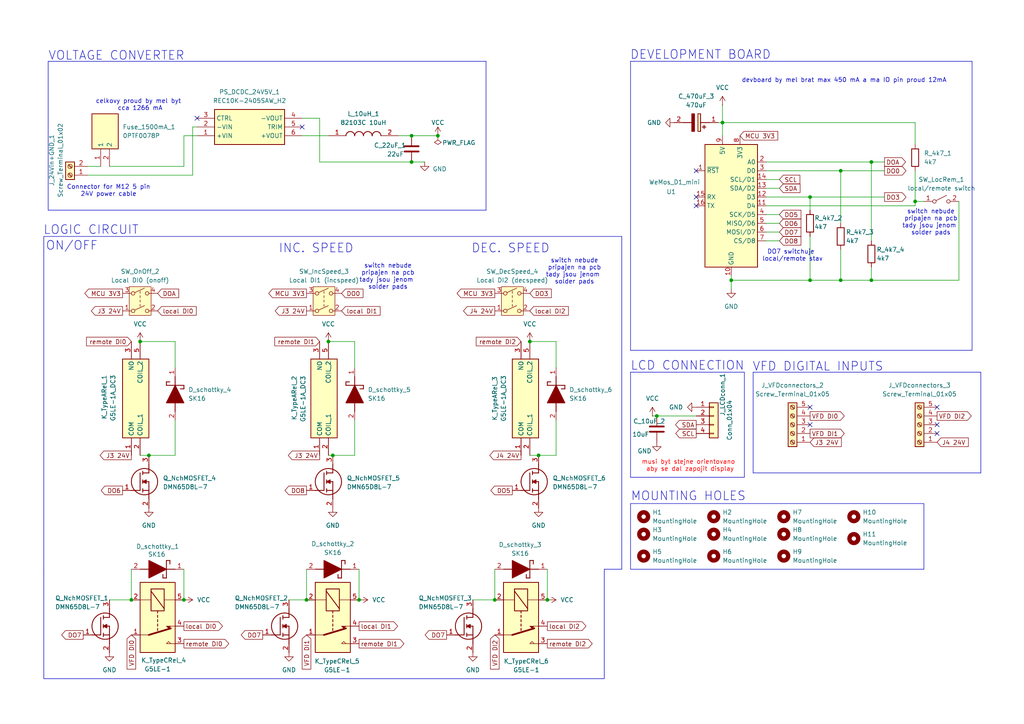
<source format=kicad_sch>
(kicad_sch (version 20231120) (generator "eeschema") (generator_version "8.0")
  (paper "A4")
  (lib_symbols
    (symbol "470uF C:860010273011" (pin_names hide)
      (property "Reference" "C" (at 8.89 6.35 0))
      (property "Value" "860010273011" (at 8.89 3.81 0))
      (symbol "860010273011_1_1"
        (pin passive line (at 0 0 0) (length 2.54) (name "+") (number "1"))
        (pin passive line (at 12.7 0 180) (length 2.54) (name "-") (number "2"))
      )
    )
    (symbol "600mA fuse:0PTF0078P"
      (property "Reference" "U" (at 16.51 7.62 0))
      (property "Value" "0PTF0078P" (at 16.51 5.08 0))
      (symbol "0PTF0078P_1_1"
        (pin passive line (at 0 0 0) (length 5.08) (name "1") (number "1"))
        (pin passive line (at 0 -2.54 0) (length 5.08) (name "2") (number "2"))
      )
    )
    (symbol "Connector:Screw_Terminal_01x02" (pin_names (offset 1.016) hide)
      (property "Reference" "J" (at 0 2.54 0))
      (property "Value" "Screw_Terminal_01x02" (at 0 -5.08 0))
      (symbol "Screw_Terminal_01x02_1_1"
        (pin passive line (at -5.08 0 0) (length 3.81) (name "Pin_1") (number "1"))
        (pin passive line (at -5.08 -2.54 0) (length 3.81) (name "Pin_2") (number "2"))
      )
    )
    (symbol "Connector:Screw_Terminal_01x05" (pin_names (offset 1.016) hide)
      (property "Reference" "J" (at 0 7.62 0))
      (property "Value" "Screw_Terminal_01x05" (at 0 -7.62 0))
      (symbol "Screw_Terminal_01x05_1_1"
        (pin passive line (at -5.08 5.08 0) (length 3.81) (name "Pin_1") (number "1"))
        (pin passive line (at -5.08 2.54 0) (length 3.81) (name "Pin_2") (number "2"))
        (pin passive line (at -5.08 0 0) (length 3.81) (name "Pin_3") (number "3"))
        (pin passive line (at -5.08 -2.54 0) (length 3.81) (name "Pin_4") (number "4"))
        (pin passive line (at -5.08 -5.08 0) (length 3.81) (name "Pin_5") (number "5"))
      )
    )
    (symbol "Connector_Generic:Conn_01x04" (pin_names (offset 1.016) hide)
      (property "Reference" "J" (at 0 5.08 0))
      (property "Value" "Conn_01x04" (at 0 -7.62 0))
      (symbol "Conn_01x04_1_1"
        (pin passive line (at -5.08 2.54 0) (length 3.81) (name "Pin_1") (number "1"))
        (pin passive line (at -5.08 0 0) (length 3.81) (name "Pin_2") (number "2"))
        (pin passive line (at -5.08 -2.54 0) (length 3.81) (name "Pin_3") (number "3"))
        (pin passive line (at -5.08 -5.08 0) (length 3.81) (name "Pin_4") (number "4"))
      )
    )
    (symbol "DCDC L:82103C" (pin_names hide)
      (property "Reference" "L" (at 16.51 6.35 0))
      (property "Value" "82103C" (at 16.51 3.81 0))
      (symbol "82103C_1_1"
        (pin passive line (at 0 0 0) (length 5.08) (name "1") (number "1"))
        (pin passive line (at 20.32 0 180) (length 5.08) (name "2") (number "2"))
      )
    )
    (symbol "DCDC conv:REC10K-2405SAW_H2"
      (property "Reference" "PS" (at 26.67 7.62 0))
      (property "Value" "REC10K-2405SAW_H2" (at 26.67 5.08 0))
      (symbol "REC10K-2405SAW_H2_1_1"
        (pin passive line (at 0 -5.08 0) (length 5.08) (name "+VIN") (number "1"))
        (pin passive line (at 0 -2.54 0) (length 5.08) (name "-VIN") (number "2"))
        (pin passive line (at 0 0 0) (length 5.08) (name "CTRL") (number "3"))
        (pin passive line (at 30.48 0 180) (length 5.08) (name "-VOUT") (number "4"))
        (pin passive line (at 30.48 -2.54 180) (length 5.08) (name "TRIM") (number "5"))
        (pin passive line (at 30.48 -5.08 180) (length 5.08) (name "+VOUT") (number "6"))
      )
    )
    (symbol "Device:C" (pin_numbers hide) (pin_names (offset 0.254))
      (property "Reference" "C" (at 0.635 2.54 0))
      (property "Value" "C" (at 0.635 -2.54 0))
      (symbol "C_1_1"
        (pin passive line (at 0 3.81 270) (length 2.794) (name "~") (number "1"))
        (pin passive line (at 0 -3.81 90) (length 2.794) (name "~") (number "2"))
      )
    )
    (symbol "Device:R" (pin_numbers hide) (pin_names (offset 0))
      (property "Reference" "R" (at 2.032 0 90))
      (property "Value" "R" (at 0 0 90))
      (symbol "R_1_1"
        (pin passive line (at 0 3.81 270) (length 1.27) (name "~") (number "1"))
        (pin passive line (at 0 -3.81 90) (length 1.27) (name "~") (number "2"))
      )
    )
    (symbol "MCU_Module:WeMos_D1_mini"
      (property "Reference" "U" (at 3.81 19.05 0))
      (property "Value" "WeMos_D1_mini" (at 1.27 -19.05 0))
      (symbol "WeMos_D1_mini_1_1"
        (pin input line (at -10.16 10.16 0) (length 2.54) (name "~{RST}") (number "1"))
        (pin power_in line (at 0 -20.32 90) (length 2.54) (name "GND") (number "10"))
        (pin bidirectional line (at 10.16 0 180) (length 2.54) (name "D4") (number "11"))
        (pin bidirectional line (at 10.16 2.54 180) (length 2.54) (name "D3") (number "12"))
        (pin bidirectional line (at 10.16 5.08 180) (length 2.54) (name "SDA/D2") (number "13"))
        (pin bidirectional line (at 10.16 7.62 180) (length 2.54) (name "SCL/D1") (number "14"))
        (pin input line (at -10.16 2.54 0) (length 2.54) (name "RX") (number "15"))
        (pin output line (at -10.16 0 0) (length 2.54) (name "TX") (number "16"))
        (pin input line (at 10.16 12.7 180) (length 2.54) (name "A0") (number "2"))
        (pin bidirectional line (at 10.16 10.16 180) (length 2.54) (name "D0") (number "3"))
        (pin bidirectional line (at 10.16 -2.54 180) (length 2.54) (name "SCK/D5") (number "4"))
        (pin bidirectional line (at 10.16 -5.08 180) (length 2.54) (name "MISO/D6") (number "5"))
        (pin bidirectional line (at 10.16 -7.62 180) (length 2.54) (name "MOSI/D7") (number "6"))
        (pin bidirectional line (at 10.16 -10.16 180) (length 2.54) (name "CS/D8") (number "7"))
        (pin power_out line (at 2.54 20.32 270) (length 2.54) (name "3V3") (number "8"))
        (pin power_in line (at -2.54 20.32 270) (length 2.54) (name "5V") (number "9"))
      )
    )
    (symbol "Mechanical:MountingHole" (pin_names (offset 1.016)) (exclude_from_sim yes) (in_bom no)
      (property "Reference" "H" (at 0 5.08 0))
      (property "Value" "MountingHole" (at 0 3.175 0))
    )
    (symbol "Relay:G5LE-1"
      (property "Reference" "K" (at 11.43 3.81 0))
      (property "Value" "G5LE-1" (at 11.43 1.27 0))
      (symbol "G5LE-1_1_1"
        (pin passive line (at 5.08 -7.62 90) (length 2.54) (name "~") (number "1"))
        (pin passive line (at -5.08 -7.62 90) (length 2.54) (name "~") (number "2"))
        (pin passive line (at 7.62 7.62 270) (length 2.54) (name "~") (number "3"))
        (pin passive line (at 2.54 7.62 270) (length 2.54) (name "~") (number "4"))
        (pin passive line (at -5.08 7.62 270) (length 2.54) (name "~") (number "5"))
      )
    )
    (symbol "Switch:SW_DPST" (pin_names (offset 0) hide)
      (property "Reference" "SW" (at 0 6.35 0))
      (property "Value" "SW_DPST" (at 0 -5.08 0))
      (symbol "SW_DPST_1_1"
        (pin passive line (at -5.08 -2.54 0) (length 2.54) (name "1") (number "1"))
        (pin passive line (at 5.08 -2.54 180) (length 2.54) (name "2") (number "2"))
        (pin passive line (at -5.08 2.54 0) (length 2.54) (name "3") (number "3"))
        (pin passive line (at 5.08 2.54 180) (length 2.54) (name "4") (number "4"))
      )
    )
    (symbol "Switch:SW_SPST" (pin_names (offset 0) hide)
      (property "Reference" "SW" (at 0 3.175 0))
      (property "Value" "SW_SPST" (at 0 -2.54 0))
      (symbol "SW_SPST_1_1"
        (pin passive line (at -5.08 0 0) (length 2.54) (name "A") (number "1"))
        (pin passive line (at 5.08 0 180) (length 2.54) (name "B") (number "2"))
      )
    )
    (symbol "mosfet:DMN65D8L-7" (pin_names hide)
      (property "Reference" "Q" (at 11.43 3.81 0))
      (property "Value" "DMN65D8L-7" (at 11.43 1.27 0))
      (symbol "DMN65D8L-7_1_1"
        (pin passive line (at 0 0 0) (length 2.54) (name "G") (number "1"))
        (pin passive line (at 7.62 -5.08 90) (length 2.54) (name "S") (number "2"))
        (pin passive line (at 7.62 10.16 270) (length 2.54) (name "D") (number "3"))
      )
    )
    (symbol "power:GND" (power) (pin_numbers hide) (pin_names (offset 0) hide)
      (property "Value" "GND" (at 0 -3.81 0))
      (symbol "GND_1_1"
        (pin power_in line (at 0 0 270) (length 0) (name "~") (number "1"))
      )
    )
    (symbol "power:PWR_FLAG" (power) (pin_numbers hide) (pin_names (offset 0) hide)
      (property "Value" "PWR_FLAG" (at 0 3.81 0))
      (symbol "PWR_FLAG_0_0"
        (pin power_out line (at 0 0 90) (length 0) (name "~") (number "1"))
      )
    )
    (symbol "power:VCC" (power) (pin_numbers hide) (pin_names (offset 0) hide)
      (property "Value" "VCC" (at 0 3.556 0))
      (symbol "VCC_1_1"
        (pin power_in line (at 0 0 90) (length 0) (name "~") (number "1"))
      )
    )
    (symbol "schottky:SK16" (pin_names hide)
      (property "Reference" "D" (at 12.7 8.89 0))
      (property "Value" "SK16" (at 12.7 6.35 0))
      (symbol "SK16_1_1"
        (pin passive line (at 2.54 0 0) (length 2.54) (name "K") (number "1"))
        (pin passive line (at 17.78 0 180) (length 2.54) (name "A") (number "2"))
      )
    )
    (symbol "type a relay:G5LE-1A_DC3"
      (property "Reference" "K" (at 29.21 7.62 0))
      (property "Value" "G5LE-1A_DC3" (at 29.21 5.08 0))
      (symbol "G5LE-1A_DC3_1_1"
        (pin passive line (at 0 0 0) (length 5.08) (name "COM") (number "1"))
        (pin passive line (at 0 -2.54 0) (length 5.08) (name "COIL_1") (number "2"))
        (pin passive line (at 33.02 0 180) (length 5.08) (name "NO") (number "3"))
        (pin passive line (at 33.02 -2.54 180) (length 5.08) (name "COIL_2") (number "5"))
      )
    )
  )
  (junction (at 265.43 58.42))
  (junction (at 156.21 132.08))
  (junction (at 153.67 99.06))
  (junction (at 119.38 46.99))
  (junction (at 234.95 81.28))
  (junction (at 88.9 173.99))
  (junction (at 158.75 173.99))
  (junction (at 127 39.37))
  (junction (at 40.64 99.06))
  (junction (at 43.18 132.08))
  (junction (at 96.52 132.08))
  (junction (at 95.25 99.06))
  (junction (at 119.38 39.37))
  (junction (at 190.5 120.65))
  (junction (at 234.95 57.15))
  (junction (at 53.34 173.99))
  (junction (at 252.73 46.99))
  (junction (at 104.14 173.99))
  (junction (at 243.84 81.28))
  (junction (at 243.84 49.53))
  (junction (at 38.1 173.99))
  (junction (at 209.55 35.56))
  (junction (at 252.73 81.28))
  (junction (at 143.51 173.99))
  (junction (at 212.09 81.28))
  (no_connect (at 201.93 49.53))
  (no_connect (at 234.95 123.19))
  (no_connect (at 87.63 36.83))
  (no_connect (at 234.95 118.11))
  (no_connect (at 271.78 123.19))
  (no_connect (at 57.15 34.29))
  (no_connect (at 271.78 125.73))
  (no_connect (at 201.93 59.69))
  (no_connect (at 271.78 118.11))
  (no_connect (at 201.93 57.15))
  (wire (pts (xy 226.06 69.85) (xy 222.25 69.85)))
  (polyline (pts (xy 180.34 68.58) (xy 180.34 165.1)))
  (wire (pts (xy 161.29 121.92) (xy 161.29 132.08)))
  (wire (pts (xy 119.38 39.37) (xy 127 39.37)))
  (polyline (pts (xy 180.34 165.1) (xy 175.26 165.1)))
  (wire (pts (xy 55.88 36.83) (xy 57.15 36.83)))
  (wire (pts (xy 243.84 72.39) (xy 243.84 81.28)))
  (wire (pts (xy 119.38 46.99) (xy 123.19 46.99)))
  (polyline (pts (xy 140.97 60.96) (xy 13.97 60.96)))
  (wire (pts (xy 102.87 106.68) (xy 102.87 99.06)))
  (wire (pts (xy 104.14 165.1) (xy 104.14 173.99)))
  (polyline (pts (xy 284.48 137.16) (xy 284.48 107.95)))
  (wire (pts (xy 208.28 35.56) (xy 209.55 35.56)))
  (polyline (pts (xy 218.44 137.16) (xy 284.48 137.16)))
  (wire (pts (xy 102.87 121.92) (xy 102.87 132.08)))
  (polyline (pts (xy 182.88 17.78) (xy 281.94 17.78)))
  (polyline (pts (xy 175.26 196.85) (xy 12.7 196.85)))
  (wire (pts (xy 88.9 165.1) (xy 88.9 173.99)))
  (wire (pts (xy 143.51 165.1) (xy 143.51 173.99)))
  (wire (pts (xy 88.9 173.99) (xy 91.44 173.99)))
  (wire (pts (xy 92.71 34.29) (xy 92.71 46.99)))
  (wire (pts (xy 256.54 49.53) (xy 243.84 49.53)))
  (polyline (pts (xy 175.26 165.1) (xy 175.26 196.85)))
  (wire (pts (xy 265.43 49.53) (xy 265.43 58.42)))
  (wire (pts (xy 50.8 99.06) (xy 40.64 99.06)))
  (wire (pts (xy 92.71 46.99) (xy 119.38 46.99)))
  (polyline (pts (xy 218.44 107.95) (xy 218.44 137.16)))
  (wire (pts (xy 243.84 49.53) (xy 243.84 64.77)))
  (polyline (pts (xy 12.7 196.85) (xy 12.7 68.58)))
  (wire (pts (xy 161.29 132.08) (xy 156.21 132.08)))
  (wire (pts (xy 50.8 106.68) (xy 50.8 99.06)))
  (wire (pts (xy 83.82 173.99) (xy 88.9 173.99)))
  (polyline (pts (xy 215.9 138.43) (xy 182.88 138.43)))
  (wire (pts (xy 53.34 39.37) (xy 57.15 39.37)))
  (wire (pts (xy 265.43 58.42) (xy 265.43 59.69)))
  (wire (pts (xy 222.25 57.15) (xy 234.95 57.15)))
  (wire (pts (xy 38.1 165.1) (xy 38.1 173.99)))
  (polyline (pts (xy 13.97 60.96) (xy 13.97 17.78)))
  (wire (pts (xy 102.87 99.06) (xy 95.25 99.06)))
  (wire (pts (xy 53.34 165.1) (xy 53.34 173.99)))
  (wire (pts (xy 209.55 30.48) (xy 209.55 35.56)))
  (polyline (pts (xy 12.7 165.1) (xy 12.7 165.1)))
  (wire (pts (xy 265.43 58.42) (xy 267.97 58.42)))
  (wire (pts (xy 50.8 121.92) (xy 50.8 132.08)))
  (wire (pts (xy 115.57 39.37) (xy 119.38 39.37)))
  (wire (pts (xy 96.52 132.08) (xy 95.25 132.08)))
  (wire (pts (xy 31.75 173.99) (xy 38.1 173.99)))
  (wire (pts (xy 212.09 81.28) (xy 234.95 81.28)))
  (wire (pts (xy 222.25 62.23) (xy 226.06 62.23)))
  (polyline (pts (xy 281.94 17.78) (xy 281.94 101.6)))
  (wire (pts (xy 226.06 52.07) (xy 222.25 52.07)))
  (polyline (pts (xy 12.8227 68.58) (xy 180.34 68.58)))
  (wire (pts (xy 252.73 81.28) (xy 278.13 81.28)))
  (wire (pts (xy 31.75 48.26) (xy 53.34 48.26)))
  (polyline (pts (xy 13.97 17.78) (xy 140.97 17.78)))
  (wire (pts (xy 226.06 54.61) (xy 222.25 54.61)))
  (polyline (pts (xy 182.88 107.95) (xy 182.88 138.43)))
  (wire (pts (xy 209.55 35.56) (xy 209.55 39.37)))
  (wire (pts (xy 189.23 120.65) (xy 190.5 120.65)))
  (wire (pts (xy 209.55 35.56) (xy 265.43 35.56)))
  (wire (pts (xy 252.73 46.99) (xy 256.54 46.99)))
  (polyline (pts (xy 182.88 17.78) (xy 182.88 101.6)))
  (wire (pts (xy 222.25 67.31) (xy 226.06 67.31)))
  (wire (pts (xy 234.95 57.15) (xy 234.95 60.96)))
  (polyline (pts (xy 281.94 101.6) (xy 182.88 101.6)))
  (wire (pts (xy 234.95 57.15) (xy 256.54 57.15)))
  (wire (pts (xy 43.18 132.08) (xy 40.64 132.08)))
  (wire (pts (xy 161.29 99.06) (xy 153.67 99.06)))
  (polyline (pts (xy 140.97 17.78) (xy 140.97 60.96)))
  (wire (pts (xy 55.88 50.8) (xy 55.88 36.83)))
  (wire (pts (xy 222.25 49.53) (xy 243.84 49.53)))
  (wire (pts (xy 226.06 64.77) (xy 222.25 64.77)))
  (wire (pts (xy 252.73 77.47) (xy 252.73 81.28)))
  (wire (pts (xy 87.63 39.37) (xy 95.25 39.37)))
  (wire (pts (xy 222.25 59.69) (xy 265.43 59.69)))
  (wire (pts (xy 278.13 58.42) (xy 278.13 81.28)))
  (wire (pts (xy 265.43 41.91) (xy 265.43 35.56)))
  (wire (pts (xy 87.63 34.29) (xy 92.71 34.29)))
  (wire (pts (xy 252.73 46.99) (xy 252.73 69.85)))
  (polyline (pts (xy 175.26 165.1) (xy 175.26 165.1)))
  (wire (pts (xy 25.4 48.26) (xy 29.21 48.26)))
  (wire (pts (xy 102.87 132.08) (xy 96.52 132.08)))
  (wire (pts (xy 243.84 81.28) (xy 252.73 81.28)))
  (wire (pts (xy 234.95 68.58) (xy 234.95 81.28)))
  (polyline (pts (xy 215.9 107.95) (xy 215.9 138.43)))
  (polyline (pts (xy 182.88 107.95) (xy 215.9 107.95)))
  (wire (pts (xy 50.8 132.08) (xy 43.18 132.08)))
  (wire (pts (xy 137.16 173.99) (xy 143.51 173.99)))
  (wire (pts (xy 53.34 48.26) (xy 53.34 39.37)))
  (wire (pts (xy 158.75 165.1) (xy 158.75 173.99)))
  (wire (pts (xy 161.29 106.68) (xy 161.29 99.06)))
  (wire (pts (xy 212.09 81.28) (xy 212.09 80.01)))
  (polyline (pts (xy 218.44 107.95) (xy 284.48 107.95)))
  (wire (pts (xy 25.4 50.8) (xy 55.88 50.8)))
  (wire (pts (xy 234.95 81.28) (xy 243.84 81.28)))
  (wire (pts (xy 222.25 46.99) (xy 252.73 46.99)))
  (wire (pts (xy 153.67 132.08) (xy 156.21 132.08)))
  (wire (pts (xy 212.09 83.82) (xy 212.09 81.28)))
  (wire (pts (xy 190.5 120.65) (xy 201.93 120.65)))
  (rectangle (start 182.88 146.05) (end 267.97 165.1))
  (text "DEVELOPMENT BOARD" (at 203.2 16.002 0) (effects (font (size 2.54 2.54))))
  (text "LOGIC CIRCUIT" (at 26.416 66.802 0) (effects (font (size 2.54 2.54))))
  (text "DO7 switchuje \nlocal/remote stav" (at 229.87 74.168 0) (effects (font (size 1.27 1.27))))
  (text "MOUNTING HOLES" (at 199.644 144.018 0) (effects (font (size 2.54 2.54))))
  (text "musi byt stejne orientovano \naby se dal zapojit display" (at 200.152 135.128 0) (effects (font (size 1.27 1.27))))
  (text "VFD DIGITAL INPUTS" (at 237.236 106.426 0) (effects (font (size 2.54 2.54))))
  (text "DEC. SPEED" (at 148.082 72.136 0) (effects (font (size 2.54 2.54))))
  (text "VOLTAGE CONVERTER" (at 33.782 16.256 0) (effects (font (size 2.54 2.54))))
  (text "celkovy proud by mel byt \ncca 1266 mA" (at 40.64 30.48 0) (effects (font (size 1.27 1.27))))
  (text "switch nebude\npripajen na pcb\ntady jsou jenom \nsolder pads" (at 112.522 80.264 0) (effects (font (size 1.27 1.27))))
  (text "switch nebude\npripajen na pcb\ntady jsou jenom \nsolder pads" (at 166.624 78.74 0) (effects (font (size 1.27 1.27))))
  (text "devboard by mel brat max 450 mA a ma IO pin proud 12mA" (at 244.856 23.368 0) (effects (font (size 1.27 1.27))))
  (text "ON/OFF" (at 20.828 71.374 0) (effects (font (size 2.54 2.54))))
  (text "LCD CONNECTION" (at 199.39 106.172 0) (effects (font (size 2.54 2.54))))
  (text "Connector for M12 5 pin\n24V power cable" (at 31.496 55.372 0) (effects (font (size 1.27 1.27))))
  (text "switch nebude\npripajen na pcb\ntady jsou jenom \nsolder pads" (at 270.002 64.516 0) (effects (font (size 1.27 1.27))))
  (text "INC. SPEED" (at 91.694 72.136 0) (effects (font (size 2.54 2.54))))
  (global_label "DO6" (shape output) (at 35.56 142.24 180) (property "Intersheetrefs" "${INTERSHEET_REFS}" (effects (hide yes))))
  (global_label "remote DI1" (shape input) (at 92.71 99.06 180) (property "Intersheetrefs" "${INTERSHEET_REFS}" (effects (hide yes))))
  (global_label "DO5" (shape output) (at 148.59 142.24 180) (property "Intersheetrefs" "${INTERSHEET_REFS}" (effects (hide yes))))
  (global_label "DO7" (shape output) (at 129.54 184.15 180) (property "Intersheetrefs" "${INTERSHEET_REFS}" (effects (hide yes))))
  (global_label "DO7" (shape output) (at 24.13 184.15 180) (property "Intersheetrefs" "${INTERSHEET_REFS}" (effects (hide yes))))
  (global_label "DO0" (shape input) (at 99.06 85.09 0) (property "Intersheetrefs" "${INTERSHEET_REFS}" (effects (hide yes))))
  (global_label "remote DI1" (shape output) (at 104.14 186.69 0) (property "Intersheetrefs" "${INTERSHEET_REFS}" (effects (hide yes))))
  (global_label "DO8" (shape output) (at 88.9 142.24 180) (property "Intersheetrefs" "${INTERSHEET_REFS}" (effects (hide yes))))
  (global_label "VFD DI0" (shape input) (at 38.1 184.15 270) (property "Intersheetrefs" "${INTERSHEET_REFS}" (effects (hide yes))))
  (global_label "local DI1" (shape input) (at 99.06 90.17 0) (property "Intersheetrefs" "${INTERSHEET_REFS}" (effects (hide yes))))
  (global_label "remote DI0" (shape input) (at 38.1 99.06 180) (property "Intersheetrefs" "${INTERSHEET_REFS}" (effects (hide yes))))
  (global_label "J3 24V" (shape output) (at 38.1 132.08 180) (property "Intersheetrefs" "${INTERSHEET_REFS}" (effects (hide yes))))
  (global_label "DO3" (shape output) (at 256.54 57.15 0) (property "Intersheetrefs" "${INTERSHEET_REFS}" (effects (hide yes))))
  (global_label "VFD DI1" (shape input) (at 88.9 184.15 270) (property "Intersheetrefs" "${INTERSHEET_REFS}" (effects (hide yes))))
  (global_label "DOA" (shape input) (at 45.72 85.09 0) (property "Intersheetrefs" "${INTERSHEET_REFS}" (effects (hide yes))))
  (global_label "SCL" (shape input) (at 226.06 52.07 0) (property "Intersheetrefs" "${INTERSHEET_REFS}" (effects (hide yes))))
  (global_label "J3 24V" (shape input) (at 234.95 128.27 0) (property "Intersheetrefs" "${INTERSHEET_REFS}" (effects (hide yes))))
  (global_label "J4 24V" (shape output) (at 143.51 90.17 180) (property "Intersheetrefs" "${INTERSHEET_REFS}" (effects (hide yes))))
  (global_label "SCL" (shape output) (at 201.93 125.73 180) (property "Intersheetrefs" "${INTERSHEET_REFS}" (effects (hide yes))))
  (global_label "DO7" (shape input) (at 226.06 67.31 0) (property "Intersheetrefs" "${INTERSHEET_REFS}" (effects (hide yes))))
  (global_label "J3 24V" (shape output) (at 92.71 132.08 180) (property "Intersheetrefs" "${INTERSHEET_REFS}" (effects (hide yes))))
  (global_label "DO7" (shape output) (at 76.2 184.15 180) (property "Intersheetrefs" "${INTERSHEET_REFS}" (effects (hide yes))))
  (global_label "local DI1" (shape output) (at 104.14 181.61 0) (property "Intersheetrefs" "${INTERSHEET_REFS}" (effects (hide yes))))
  (global_label "SDA" (shape output) (at 201.93 123.19 180) (property "Intersheetrefs" "${INTERSHEET_REFS}" (effects (hide yes))))
  (global_label "MCU 3V3" (shape output) (at 88.9 85.09 180) (property "Intersheetrefs" "${INTERSHEET_REFS}" (effects (hide yes))))
  (global_label "DO6" (shape input) (at 226.06 64.77 0) (property "Intersheetrefs" "${INTERSHEET_REFS}" (effects (hide yes))))
  (global_label "J3 24V" (shape output) (at 35.56 90.17 180) (property "Intersheetrefs" "${INTERSHEET_REFS}" (effects (hide yes))))
  (global_label "local DI0" (shape input) (at 45.72 90.17 0) (property "Intersheetrefs" "${INTERSHEET_REFS}" (effects (hide yes))))
  (global_label "DO8" (shape input) (at 226.06 69.85 0) (property "Intersheetrefs" "${INTERSHEET_REFS}" (effects (hide yes))))
  (global_label "MCU 3V3" (shape output) (at 143.51 85.09 180) (property "Intersheetrefs" "${INTERSHEET_REFS}" (effects (hide yes))))
  (global_label "VFD DI2" (shape input) (at 143.51 184.15 270) (property "Intersheetrefs" "${INTERSHEET_REFS}" (effects (hide yes))))
  (global_label "VFD DI0" (shape output) (at 234.95 120.65 0) (property "Intersheetrefs" "${INTERSHEET_REFS}" (effects (hide yes))))
  (global_label "local DI2" (shape output) (at 158.75 181.61 0) (property "Intersheetrefs" "${INTERSHEET_REFS}" (effects (hide yes))))
  (global_label "VFD DI1" (shape output) (at 234.95 125.73 0) (property "Intersheetrefs" "${INTERSHEET_REFS}" (effects (hide yes))))
  (global_label "local DI2" (shape input) (at 153.67 90.17 0) (property "Intersheetrefs" "${INTERSHEET_REFS}" (effects (hide yes))))
  (global_label "J3 24V" (shape output) (at 88.9 90.17 180) (property "Intersheetrefs" "${INTERSHEET_REFS}" (effects (hide yes))))
  (global_label "remote DI2" (shape output) (at 158.75 186.69 0) (property "Intersheetrefs" "${INTERSHEET_REFS}" (effects (hide yes))))
  (global_label "DO0" (shape output) (at 256.54 49.53 0) (property "Intersheetrefs" "${INTERSHEET_REFS}" (effects (hide yes))))
  (global_label "DO5" (shape input) (at 226.06 62.23 0) (property "Intersheetrefs" "${INTERSHEET_REFS}" (effects (hide yes))))
  (global_label "J4 24V" (shape input) (at 271.78 128.27 0) (property "Intersheetrefs" "${INTERSHEET_REFS}" (effects (hide yes))))
  (global_label "MCU 3V3" (shape input) (at 214.63 39.37 0) (property "Intersheetrefs" "${INTERSHEET_REFS}" (effects (hide yes))))
  (global_label "MCU 3V3" (shape output) (at 35.56 85.09 180) (property "Intersheetrefs" "${INTERSHEET_REFS}" (effects (hide yes))))
  (global_label "remote DI0" (shape output) (at 53.34 186.69 0) (property "Intersheetrefs" "${INTERSHEET_REFS}" (effects (hide yes))))
  (global_label "local DI0" (shape output) (at 53.34 181.61 0) (property "Intersheetrefs" "${INTERSHEET_REFS}" (effects (hide yes))))
  (global_label "DOA" (shape output) (at 256.54 46.99 0) (property "Intersheetrefs" "${INTERSHEET_REFS}" (effects (hide yes))))
  (global_label "VFD DI2" (shape output) (at 271.78 120.65 0) (property "Intersheetrefs" "${INTERSHEET_REFS}" (effects (hide yes))))
  (global_label "remote DI2" (shape input) (at 151.13 99.06 180) (property "Intersheetrefs" "${INTERSHEET_REFS}" (effects (hide yes))))
  (global_label "SDA" (shape input) (at 226.06 54.61 0) (property "Intersheetrefs" "${INTERSHEET_REFS}" (effects (hide yes))))
  (global_label "DO3" (shape input) (at 153.67 85.09 0) (property "Intersheetrefs" "${INTERSHEET_REFS}" (effects (hide yes))))
  (global_label "J4 24V" (shape output) (at 151.13 132.08 180) (property "Intersheetrefs" "${INTERSHEET_REFS}" (effects (hide yes))))
  (symbol (lib_id "mosfet:DMN65D8L-7") (at 76.2 184.15 0) (unit 1)
    (property "Reference" "Q_NchMOSFET_2" (at 68.072 173.482 0) (effects (justify left)))
    (property "Value" "DMN65D8L-7" (at 68.072 176.022 0) (effects (justify left)))
    (property "Footprint" "mosfet:SOT96P240X115-3N" (effects (hide yes)))
    (property "Datasheet" "https://www.diodes.com//assets/Datasheets/DMN65D8L.pdf" (effects (hide yes)))
    (property "Description" "N-Channel Enhancement MOSFET SOT-23 Diodes Inc DMN65D8L-7 N-channel MOSFET Transistor, 310 mA, 60 V, 3-Pin SOT-23" (effects (hide yes)))
    (property "Height" "1.15" (effects (hide yes)))
    (property "Mouser Part Number" "621-DMN65D8L-7" (effects (hide yes)))
    (property "Mouser Price/Stock" "https://www.mouser.co.uk/ProductDetail/Diodes-Incorporated/DMN65D8L-7?qs=gfe7vQ8txpWvqTwiknwghA%3D%3D" (effects (hide yes)))
    (property "Manufacturer_Name" "Diodes Incorporated" (effects (hide yes)))
    (property "Manufacturer_Part_Number" "DMN65D8L-7" (effects (hide yes)))
  )
  (symbol (lib_id "schottky:SK16") (at 50.8 104.14 270) (unit 1)
    (property "Reference" "D_schottky_4" (at 54.61 113.0299 90) (effects (justify left)))
    (property "Value" "SK16" (at 54.61 115.5699 90) (effects (justify left)))
    (property "Footprint" "schottky:DIOM5027X250N" (effects (hide yes)))
    (property "Datasheet" "https://diotec.com/request/datasheet/sk12.pdf" (effects (hide yes)))
    (property "Description" "Rectifier Diode Schottky 60V 1A 2-Pin SMA T/R" (effects (hide yes)))
    (property "Height" "2.5" (effects (hide yes)))
    (property "Mouser Part Number" "637-SK16" (effects (hide yes)))
    (property "Mouser Price/Stock" "https://www.mouser.co.uk/ProductDetail/Diotec-Semiconductor/SK16?qs=OlC7AqGiEDm3ojchOaQs2w%3D%3D" (effects (hide yes)))
    (property "Manufacturer_Name" "Diotec" (effects (hide yes)))
    (property "Manufacturer_Part_Number" "SK16" (effects (hide yes)))
  )
  (symbol (lib_id "power:GND") (at 123.19 46.99 0) (unit 1)
    (property "Reference" "#PWR05" (effects (hide yes)))
    (property "Value" "GND" (at 127.508 49.022 0))
    (property "Description" "Power symbol creates a global label with name \"GND\" , ground" (effects (hide yes)))
  )
  (symbol (lib_id "Mechanical:MountingHole") (at 227.33 161.29 0) (unit 1) (exclude_from_sim yes) (in_bom no)
    (property "Reference" "H9" (at 229.87 160.0199 0) (effects (justify left)))
    (property "Value" "MountingHole" (at 229.87 162.5599 0) (effects (justify left)))
    (property "Footprint" "MountingHole:MountingHole_4mm" (effects (hide yes)))
    (property "Description" "Mounting Hole without connection" (effects (hide yes)))
  )
  (symbol (lib_id "power:GND") (at 190.5 128.27 0) (unit 1)
    (property "Reference" "#PWR020" (effects (hide yes)))
    (property "Value" "GND" (at 186.944 130.81 0))
    (property "Description" "Power symbol creates a global label with name \"GND\" , ground" (effects (hide yes)))
  )
  (symbol (lib_id "600mA fuse:0PTF0078P") (at 29.21 48.26 90) (unit 1)
    (property "Reference" "Fuse_1500mA_1" (at 35.56 36.8299 90) (effects (justify right)))
    (property "Value" "0PTF0078P" (at 35.56 39.3699 90) (effects (justify right)))
    (property "Footprint" "600 mA fuse:0PTF0078P" (effects (hide yes)))
    (property "Datasheet" "https://media.digikey.com/pdf/Data%20Sheets/Littelfuse%20PDFs/PTF075_77_78.pdf" (effects (hide yes)))
    (property "Description" "FUSEHOLDER-OPEN 5X20MM UL94V0 PITCH 22/6" (effects (hide yes)))
    (property "Height" "11.5" (effects (hide yes)))
    (property "Mouser Part Number" "576-0PTF0078P" (effects (hide yes)))
    (property "Mouser Price/Stock" "https://www.mouser.co.uk/ProductDetail/Littelfuse/0PTF0078P?qs=Co4VkB5J4%2Fsczy6gG8s%2FsA%3D%3D" (effects (hide yes)))
    (property "Manufacturer_Name" "LITTELFUSE" (effects (hide yes)))
    (property "Manufacturer_Part_Number" "0PTF0078P" (effects (hide yes)))
  )
  (symbol (lib_id "Mechanical:MountingHole") (at 227.33 154.94 0) (unit 1) (exclude_from_sim yes) (in_bom no)
    (property "Reference" "H8" (at 229.87 153.6699 0) (effects (justify left)))
    (property "Value" "MountingHole" (at 229.87 156.2099 0) (effects (justify left)))
    (property "Footprint" "MountingHole:MountingHole_4mm" (effects (hide yes)))
    (property "Description" "Mounting Hole without connection" (effects (hide yes)))
  )
  (symbol (lib_id "schottky:SK16") (at 161.29 104.14 270) (unit 1)
    (property "Reference" "D_schottky_6" (at 165.1 113.0299 90) (effects (justify left)))
    (property "Value" "SK16" (at 165.1 115.5699 90) (effects (justify left)))
    (property "Footprint" "schottky:DIOM5027X250N" (effects (hide yes)))
    (property "Datasheet" "https://diotec.com/request/datasheet/sk12.pdf" (effects (hide yes)))
    (property "Description" "Rectifier Diode Schottky 60V 1A 2-Pin SMA T/R" (effects (hide yes)))
    (property "Height" "2.5" (effects (hide yes)))
    (property "Mouser Part Number" "637-SK16" (effects (hide yes)))
    (property "Mouser Price/Stock" "https://www.mouser.co.uk/ProductDetail/Diotec-Semiconductor/SK16?qs=OlC7AqGiEDm3ojchOaQs2w%3D%3D" (effects (hide yes)))
    (property "Manufacturer_Name" "Diotec" (effects (hide yes)))
    (property "Manufacturer_Part_Number" "SK16" (effects (hide yes)))
  )
  (symbol (lib_id "Switch:SW_DPST") (at 93.98 87.63 0) (unit 1)
    (property "Reference" "SW_IncSpeed_3" (at 93.98 78.74 0))
    (property "Value" "Local DI1 (incspeed)" (at 93.98 81.28 0))
    (property "Footprint" "Connector_Wire:SolderWire-0.5sqmm_1x04_P4.8mm_D0.9mm_OD2.3mm_Relief" (effects (hide yes)))
    (property "Description" "Double Pole Single Throw (DPST) Switch" (effects (hide yes)))
  )
  (symbol (lib_id "Mechanical:MountingHole") (at 207.01 161.29 0) (unit 1) (exclude_from_sim yes) (in_bom no)
    (property "Reference" "H6" (at 209.55 160.0199 0) (effects (justify left)))
    (property "Value" "MountingHole" (at 209.55 162.5599 0) (effects (justify left)))
    (property "Footprint" "MountingHole:MountingHole_4mm" (effects (hide yes)))
    (property "Description" "Mounting Hole without connection" (effects (hide yes)))
  )
  (symbol (lib_id "power:GND") (at 137.16 189.23 0) (unit 1)
    (property "Reference" "#PWR011" (effects (hide yes)))
    (property "Value" "GND" (at 137.16 194.31 0))
    (property "Description" "Power symbol creates a global label with name \"GND\" , ground" (effects (hide yes)))
  )
  (symbol (lib_id "Device:R") (at 265.43 45.72 0) (unit 1)
    (property "Reference" "R_4k7_1" (at 267.97 44.4499 0) (effects (justify left)))
    (property "Value" "4k7" (at 267.97 46.9899 0) (effects (justify left)))
    (property "Footprint" "Resistor_SMD:R_0603_1608Metric" (effects (hide yes)))
    (property "Description" "Resistor" (effects (hide yes)))
  )
  (symbol (lib_id "470uF C:860010273011") (at 208.28 35.56 180) (unit 1)
    (property "Reference" "C_470uF_3" (at 201.93 27.94 0))
    (property "Value" "470uF" (at 201.93 30.48 0))
    (property "Footprint" "470uF C:CAPPRD250W52D630H1250" (effects (hide yes)))
    (property "Datasheet" "https://katalog.we-online.de/pbs/datasheet/860010273011.pdf" (effects (hide yes)))
    (property "Description" "Wurth Elektronik 470uF 10 V Aluminium Electrolytic Capacitor, WCAP-ATG8 Series 2000h 6.3 (Dia.) x 11mm" (effects (hide yes)))
    (property "Height" "12.5" (effects (hide yes)))
    (property "Mouser Part Number" "710-860010273011" (effects (hide yes)))
    (property "Mouser Price/Stock" "https://www.mouser.co.uk/ProductDetail/Wurth-Elektronik/860010273011?qs=0KOYDY2FL28ooChuQJugtQ%3D%3D" (effects (hide yes)))
    (property "Manufacturer_Name" "Wurth Elektronik" (effects (hide yes)))
    (property "Manufacturer_Part_Number" "860010273011" (effects (hide yes)))
  )
  (symbol (lib_id "Mechanical:MountingHole") (at 186.69 154.94 0) (unit 1) (exclude_from_sim yes) (in_bom no)
    (property "Reference" "H3" (at 189.23 153.6699 0) (effects (justify left)))
    (property "Value" "MountingHole" (at 189.23 156.2099 0) (effects (justify left)))
    (property "Footprint" "MountingHole:MountingHole_4mm" (effects (hide yes)))
    (property "Description" "Mounting Hole without connection" (effects (hide yes)))
  )
  (symbol (lib_id "power:VCC") (at 153.67 99.06 0) (unit 1)
    (property "Reference" "#PWR019" (effects (hide yes)))
    (property "Value" "VCC" (at 153.67 93.98 0))
    (property "Description" "Power symbol creates a global label with name \"VCC\"" (effects (hide yes)))
  )
  (symbol (lib_id "Connector:Screw_Terminal_01x05") (at 229.87 123.19 180) (unit 1)
    (property "Reference" "J_VFDconnectors_2" (at 229.87 111.76 0))
    (property "Value" "Screw_Terminal_01x05" (at 229.87 114.3 0))
    (property "Footprint" "1x5 screw conn:1935190" (effects (hide yes)))
    (property "Description" "Generic screw terminal, single row, 01x05, script generated (kicad-library-utils/schlib/autogen/connector/)" (effects (hide yes)))
  )
  (symbol (lib_id "Mechanical:MountingHole") (at 227.33 149.86 0) (unit 1) (exclude_from_sim yes) (in_bom no)
    (property "Reference" "H7" (at 229.87 148.5899 0) (effects (justify left)))
    (property "Value" "MountingHole" (at 229.87 151.1299 0) (effects (justify left)))
    (property "Footprint" "MountingHole:MountingHole_3mm" (effects (hide yes)))
    (property "Description" "Mounting Hole without connection" (effects (hide yes)))
  )
  (symbol (lib_id "mosfet:DMN65D8L-7") (at 35.56 142.24 0) (unit 1)
    (property "Reference" "Q_NchMOSFET_4" (at 47.244 138.684 0) (effects (justify left)))
    (property "Value" "DMN65D8L-7" (at 47.244 141.224 0) (effects (justify left)))
    (property "Footprint" "mosfet:SOT96P240X115-3N" (effects (hide yes)))
    (property "Datasheet" "https://www.diodes.com//assets/Datasheets/DMN65D8L.pdf" (effects (hide yes)))
    (property "Description" "N-Channel Enhancement MOSFET SOT-23 Diodes Inc DMN65D8L-7 N-channel MOSFET Transistor, 310 mA, 60 V, 3-Pin SOT-23" (effects (hide yes)))
    (property "Height" "1.15" (effects (hide yes)))
    (property "Mouser Part Number" "621-DMN65D8L-7" (effects (hide yes)))
    (property "Mouser Price/Stock" "https://www.mouser.co.uk/ProductDetail/Diodes-Incorporated/DMN65D8L-7?qs=gfe7vQ8txpWvqTwiknwghA%3D%3D" (effects (hide yes)))
    (property "Manufacturer_Name" "Diodes Incorporated" (effects (hide yes)))
    (property "Manufacturer_Part_Number" "DMN65D8L-7" (effects (hide yes)))
  )
  (symbol (lib_id "DCDC L:82103C") (at 95.25 39.37 0) (unit 1)
    (property "Reference" "L_10uH_1" (at 105.41 33.02 0))
    (property "Value" "82103C 10uH" (at 105.41 35.56 0))
    (property "Footprint" "DCDC L:8200" (effects (hide yes)))
    (property "Datasheet" "https://componentsearchengine.com/Datasheets/3/82103C.pdf" (effects (hide yes)))
    (property "Description" "Fixed Inductor 10uH 0.5A Mini SMD Power Murata 8200 Series Wire-wound SMD Inductor 10 uH Wire-Wound 500mA Idc Q:35" (effects (hide yes)))
    (property "Mouser Part Number" "580-82103C" (effects (hide yes)))
    (property "Mouser Price/Stock" "https://www.mouser.co.uk/ProductDetail/Murata-Power-Solutions/82103C?qs=5CKLVr1iF0k04N3DPxLd2A%3D%3D" (effects (hide yes)))
    (property "Manufacturer_Name" "Murata Electronics" (effects (hide yes)))
    (property "Manufacturer_Part_Number" "82103C" (effects (hide yes)))
  )
  (symbol (lib_id "power:VCC") (at 189.23 120.65 0) (unit 1)
    (property "Reference" "#PWR08" (effects (hide yes)))
    (property "Value" "VCC" (at 189.23 115.57 0))
    (property "Description" "Power symbol creates a global label with name \"VCC\"" (effects (hide yes)))
  )
  (symbol (lib_id "power:GND") (at 31.75 189.23 0) (unit 1)
    (property "Reference" "#PWR09" (effects (hide yes)))
    (property "Value" "GND" (at 31.75 194.31 0))
    (property "Description" "Power symbol creates a global label with name \"GND\" , ground" (effects (hide yes)))
  )
  (symbol (lib_id "power:VCC") (at 95.25 99.06 0) (unit 1)
    (property "Reference" "#PWR012" (effects (hide yes)))
    (property "Value" "VCC" (at 95.25 93.98 0))
    (property "Description" "Power symbol creates a global label with name \"VCC\"" (effects (hide yes)))
  )
  (symbol (lib_id "Switch:SW_DPST") (at 40.64 87.63 0) (unit 1)
    (property "Reference" "SW_OnOff_2" (at 40.64 78.74 0))
    (property "Value" "Local DI0 (onoff)" (at 40.64 81.28 0))
    (property "Footprint" "Connector_Wire:SolderWire-0.5sqmm_1x04_P4.8mm_D0.9mm_OD2.3mm_Relief" (effects (hide yes)))
    (property "Description" "Double Pole Single Throw (DPST) Switch" (effects (hide yes)))
  )
  (symbol (lib_id "Relay:G5LE-1") (at 151.13 179.07 270) (unit 1)
    (property "Reference" "K_TypeCRel_6" (at 152.654 191.77 90))
    (property "Value" "G5LE-1" (at 152.654 194.31 90))
    (property "Footprint" "type c relay:G5LE1DC3" (effects (hide yes)))
    (property "Datasheet" "http://www.omron.com/ecb/products/pdf/en-g5le.pdf" (effects (hide yes)))
    (property "Description" "Omron G5LE relay, Miniature Single Pole, SPDT, 10A" (effects (hide yes)))
  )
  (symbol (lib_id "Relay:G5LE-1") (at 45.72 179.07 270) (unit 1)
    (property "Reference" "K_TypeCRel_4" (at 47.498 191.516 90))
    (property "Value" "G5LE-1" (at 45.72 194.056 90))
    (property "Footprint" "type c relay:G5LE1DC3" (effects (hide yes)))
    (property "Datasheet" "http://www.omron.com/ecb/products/pdf/en-g5le.pdf" (effects (hide yes)))
    (property "Description" "Omron G5LE relay, Miniature Single Pole, SPDT, 10A" (effects (hide yes)))
  )
  (symbol (lib_id "Switch:SW_SPST") (at 273.05 58.42 0) (unit 1)
    (property "Reference" "SW_LocRem_1" (at 273.05 52.07 0))
    (property "Value" "local/remote switch" (at 273.05 54.61 0))
    (property "Footprint" "Connector_Wire:SolderWire-0.5sqmm_1x02_P4.8mm_D0.9mm_OD2.3mm_Relief" (effects (hide yes)))
    (property "Description" "Single Pole Single Throw (SPST) switch" (effects (hide yes)))
  )
  (symbol (lib_id "schottky:SK16") (at 55.88 165.1 180) (unit 1)
    (property "Reference" "D_schottky_1" (at 45.72 158.496 0))
    (property "Value" "SK16" (at 45.466 160.782 0))
    (property "Footprint" "schottky:DIOM5027X250N" (effects (hide yes)))
    (property "Datasheet" "https://diotec.com/request/datasheet/sk12.pdf" (effects (hide yes)))
    (property "Description" "Rectifier Diode Schottky 60V 1A 2-Pin SMA T/R" (effects (hide yes)))
    (property "Height" "2.5" (effects (hide yes)))
    (property "Mouser Part Number" "637-SK16" (effects (hide yes)))
    (property "Mouser Price/Stock" "https://www.mouser.co.uk/ProductDetail/Diotec-Semiconductor/SK16?qs=OlC7AqGiEDm3ojchOaQs2w%3D%3D" (effects (hide yes)))
    (property "Manufacturer_Name" "Diotec" (effects (hide yes)))
    (property "Manufacturer_Part_Number" "SK16" (effects (hide yes)))
  )
  (symbol (lib_id "power:VCC") (at 40.64 99.06 0) (unit 1)
    (property "Reference" "#PWR03" (effects (hide yes)))
    (property "Value" "VCC" (at 40.64 93.98 0))
    (property "Description" "Power symbol creates a global label with name \"VCC\"" (effects (hide yes)))
  )
  (symbol (lib_id "DCDC conv:REC10K-2405SAW_H2") (at 57.15 34.29 0) (unit 1)
    (property "Reference" "PS_DCDC_24V5V_1" (at 72.39 26.67 0))
    (property "Value" "REC10K-2405SAW_H2" (at 72.39 29.21 0))
    (property "Footprint" "dcdc converter:REC10K-AW" (effects (hide yes)))
    (property "Datasheet" "https://recom-power.com/pdf/Econoline/REC10K-AW.pdf" (effects (hide yes)))
    (property "Description" "10W DC/DC-Converter \\'ECONOLINE\\' 1\"x1\" 1.6kV reg 4:1" (effects (hide yes)))
    (property "Height" "10.7" (effects (hide yes)))
    (property "Manufacturer_Name" "RECOM Power" (effects (hide yes)))
    (property "Manufacturer_Part_Number" "REC10K-2405SAW/H2" (effects (hide yes)))
  )
  (symbol (lib_id "power:GND") (at 212.09 83.82 0) (unit 1)
    (property "Reference" "#PWR02" (effects (hide yes)))
    (property "Value" "GND" (at 212.09 88.9 0))
    (property "Description" "Power symbol creates a global label with name \"GND\" , ground" (effects (hide yes)))
  )
  (symbol (lib_id "Device:C") (at 119.38 43.18 0) (unit 1)
    (property "Reference" "C_22uF_1" (at 108.458 42.164 0) (effects (justify left)))
    (property "Value" "22uF" (at 112.268 44.704 0) (effects (justify left)))
    (property "Footprint" "Capacitor_SMD:C_0603_1608Metric" (effects (hide yes)))
    (property "Description" "Unpolarized capacitor" (effects (hide yes)))
  )
  (symbol (lib_id "mosfet:DMN65D8L-7") (at 129.54 184.15 0) (unit 1)
    (property "Reference" "Q_NchMOSFET_3" (at 121.412 173.482 0) (effects (justify left)))
    (property "Value" "DMN65D8L-7" (at 121.412 176.022 0) (effects (justify left)))
    (property "Footprint" "mosfet:SOT96P240X115-3N" (effects (hide yes)))
    (property "Datasheet" "https://www.diodes.com//assets/Datasheets/DMN65D8L.pdf" (effects (hide yes)))
    (property "Description" "N-Channel Enhancement MOSFET SOT-23 Diodes Inc DMN65D8L-7 N-channel MOSFET Transistor, 310 mA, 60 V, 3-Pin SOT-23" (effects (hide yes)))
    (property "Height" "1.15" (effects (hide yes)))
    (property "Mouser Part Number" "621-DMN65D8L-7" (effects (hide yes)))
    (property "Mouser Price/Stock" "https://www.mouser.co.uk/ProductDetail/Diodes-Incorporated/DMN65D8L-7?qs=gfe7vQ8txpWvqTwiknwghA%3D%3D" (effects (hide yes)))
    (property "Manufacturer_Name" "Diodes Incorporated" (effects (hide yes)))
    (property "Manufacturer_Part_Number" "DMN65D8L-7" (effects (hide yes)))
  )
  (symbol (lib_id "mosfet:DMN65D8L-7") (at 24.13 184.15 0) (unit 1)
    (property "Reference" "Q_NchMOSFET_1" (at 16.002 173.482 0) (effects (justify left)))
    (property "Value" "DMN65D8L-7" (at 16.002 176.022 0) (effects (justify left)))
    (property "Footprint" "mosfet:SOT96P240X115-3N" (effects (hide yes)))
    (property "Datasheet" "https://www.diodes.com//assets/Datasheets/DMN65D8L.pdf" (effects (hide yes)))
    (property "Description" "N-Channel Enhancement MOSFET SOT-23 Diodes Inc DMN65D8L-7 N-channel MOSFET Transistor, 310 mA, 60 V, 3-Pin SOT-23" (effects (hide yes)))
    (property "Height" "1.15" (effects (hide yes)))
    (property "Mouser Part Number" "621-DMN65D8L-7" (effects (hide yes)))
    (property "Mouser Price/Stock" "https://www.mouser.co.uk/ProductDetail/Diodes-Incorporated/DMN65D8L-7?qs=gfe7vQ8txpWvqTwiknwghA%3D%3D" (effects (hide yes)))
    (property "Manufacturer_Name" "Diodes Incorporated" (effects (hide yes)))
    (property "Manufacturer_Part_Number" "DMN65D8L-7" (effects (hide yes)))
  )
  (symbol (lib_id "mosfet:DMN65D8L-7") (at 88.9 142.24 0) (unit 1)
    (property "Reference" "Q_NchMOSFET_5" (at 100.584 138.684 0) (effects (justify left)))
    (property "Value" "DMN65D8L-7" (at 100.584 141.224 0) (effects (justify left)))
    (property "Footprint" "mosfet:SOT96P240X115-3N" (effects (hide yes)))
    (property "Datasheet" "https://www.diodes.com//assets/Datasheets/DMN65D8L.pdf" (effects (hide yes)))
    (property "Description" "N-Channel Enhancement MOSFET SOT-23 Diodes Inc DMN65D8L-7 N-channel MOSFET Transistor, 310 mA, 60 V, 3-Pin SOT-23" (effects (hide yes)))
    (property "Height" "1.15" (effects (hide yes)))
    (property "Mouser Part Number" "621-DMN65D8L-7" (effects (hide yes)))
    (property "Mouser Price/Stock" "https://www.mouser.co.uk/ProductDetail/Diodes-Incorporated/DMN65D8L-7?qs=gfe7vQ8txpWvqTwiknwghA%3D%3D" (effects (hide yes)))
    (property "Manufacturer_Name" "Diodes Incorporated" (effects (hide yes)))
    (property "Manufacturer_Part_Number" "DMN65D8L-7" (effects (hide yes)))
  )
  (symbol (lib_id "power:GND") (at 201.93 118.11 270) (unit 1)
    (property "Reference" "#PWR07" (effects (hide yes)))
    (property "Value" "GND" (at 198.12 118.1099 90) (effects (justify right)))
    (property "Description" "Power symbol creates a global label with name \"GND\" , ground" (effects (hide yes)))
  )
  (symbol (lib_id "Mechanical:MountingHole") (at 186.69 149.86 0) (unit 1) (exclude_from_sim yes) (in_bom no)
    (property "Reference" "H1" (at 189.23 148.5899 0) (effects (justify left)))
    (property "Value" "MountingHole" (at 189.23 151.1299 0) (effects (justify left)))
    (property "Footprint" "MountingHole:MountingHole_5mm" (effects (hide yes)))
    (property "Description" "Mounting Hole without connection" (effects (hide yes)))
  )
  (symbol (lib_id "Mechanical:MountingHole") (at 207.01 154.94 0) (unit 1) (exclude_from_sim yes) (in_bom no)
    (property "Reference" "H4" (at 209.55 153.6699 0) (effects (justify left)))
    (property "Value" "MountingHole" (at 209.55 156.2099 0) (effects (justify left)))
    (property "Footprint" "MountingHole:MountingHole_5mm" (effects (hide yes)))
    (property "Description" "Mounting Hole without connection" (effects (hide yes)))
  )
  (symbol (lib_id "Mechanical:MountingHole") (at 186.69 161.29 0) (unit 1) (exclude_from_sim yes) (in_bom no)
    (property "Reference" "H5" (at 189.23 160.0199 0) (effects (justify left)))
    (property "Value" "MountingHole" (at 189.23 162.5599 0) (effects (justify left)))
    (property "Footprint" "MountingHole:MountingHole_4mm" (effects (hide yes)))
    (property "Description" "Mounting Hole without connection" (effects (hide yes)))
  )
  (symbol (lib_id "power:GND") (at 83.82 189.23 0) (unit 1)
    (property "Reference" "#PWR018" (effects (hide yes)))
    (property "Value" "GND" (at 83.82 194.31 0))
    (property "Description" "Power symbol creates a global label with name \"GND\" , ground" (effects (hide yes)))
  )
  (symbol (lib_id "Device:R") (at 243.84 68.58 0) (unit 1)
    (property "Reference" "R_4k7_3" (at 245.364 67.31 0) (effects (justify left)))
    (property "Value" "4k7" (at 245.364 69.85 0) (effects (justify left)))
    (property "Footprint" "Resistor_SMD:R_0603_1608Metric" (effects (hide yes)))
    (property "Description" "Resistor" (effects (hide yes)))
  )
  (symbol (lib_id "power:GND") (at 195.58 35.56 270) (unit 1)
    (property "Reference" "#PWR06" (effects (hide yes)))
    (property "Value" "GND" (at 191.77 35.5599 90) (effects (justify right)))
    (property "Description" "Power symbol creates a global label with name \"GND\" , ground" (effects (hide yes)))
  )
  (symbol (lib_id "Mechanical:MountingHole") (at 247.65 149.86 0) (unit 1) (exclude_from_sim yes) (in_bom no)
    (property "Reference" "H10" (at 250.19 148.5899 0) (effects (justify left)))
    (property "Value" "MountingHole" (at 250.19 151.1299 0) (effects (justify left)))
    (property "Footprint" "MountingHole:MountingHole_5mm" (effects (hide yes)))
    (property "Description" "Mounting Hole without connection" (effects (hide yes)))
  )
  (symbol (lib_id "Mechanical:MountingHole") (at 247.65 156.21 0) (unit 1) (exclude_from_sim yes) (in_bom no)
    (property "Reference" "H11" (at 250.19 154.9399 0) (effects (justify left)))
    (property "Value" "MountingHole" (at 250.19 157.4799 0) (effects (justify left)))
    (property "Footprint" "MountingHole:MountingHole_5mm" (effects (hide yes)))
    (property "Description" "Mounting Hole without connection" (effects (hide yes)))
  )
  (symbol (lib_id "type a relay:G5LE-1A_DC3") (at 151.13 132.08 90) (unit 1)
    (property "Reference" "K_TypeARel_3" (at 143.51 115.57 0))
    (property "Value" "G5LE-1A_DC3" (at 146.05 115.57 0))
    (property "Footprint" "type a relay:G5LE1A4DC5" (effects (hide yes)))
    (property "Datasheet" "https://omronfs.omron.com/en_US/ecb/products/pdf/en-g5le.pdf" (effects (hide yes)))
    (property "Description" "General Purpose Relays Power PCB Relay" (effects (hide yes)))
    (property "Height" "19" (effects (hide yes)))
    (property "Mouser Part Number" "653-G5LE-1ADC3" (effects (hide yes)))
    (property "Mouser Price/Stock" "https://www.mouser.co.uk/ProductDetail/Omron-Electronics/G5LE-1A-DC3?qs=wkx8pu8tL7Jj10vWdNLY2w%3D%3D" (effects (hide yes)))
    (property "Manufacturer_Name" "Omron Electronics" (effects (hide yes)))
    (property "Manufacturer_Part_Number" "G5LE-1A DC3" (effects (hide yes)))
  )
  (symbol (lib_id "Mechanical:MountingHole") (at 207.01 149.86 0) (unit 1) (exclude_from_sim yes) (in_bom no)
    (property "Reference" "H2" (at 209.55 148.5899 0) (effects (justify left)))
    (property "Value" "MountingHole" (at 209.55 151.1299 0) (effects (justify left)))
    (property "Footprint" "MountingHole:MountingHole_5mm" (effects (hide yes)))
    (property "Description" "Mounting Hole without connection" (effects (hide yes)))
  )
  (symbol (lib_id "power:GND") (at 96.52 147.32 0) (unit 1)
    (property "Reference" "#PWR013" (effects (hide yes)))
    (property "Value" "GND" (at 96.52 152.4 0))
    (property "Description" "Power symbol creates a global label with name \"GND\" , ground" (effects (hide yes)))
  )
  (symbol (lib_id "schottky:SK16") (at 161.29 165.1 180) (unit 1)
    (property "Reference" "D_schottky_3" (at 150.876 157.988 0))
    (property "Value" "SK16" (at 150.876 160.528 0))
    (property "Footprint" "schottky:DIOM5027X250N" (effects (hide yes)))
    (property "Datasheet" "https://diotec.com/request/datasheet/sk12.pdf" (effects (hide yes)))
    (property "Description" "Rectifier Diode Schottky 60V 1A 2-Pin SMA T/R" (effects (hide yes)))
    (property "Height" "2.5" (effects (hide yes)))
    (property "Mouser Part Number" "637-SK16" (effects (hide yes)))
    (property "Mouser Price/Stock" "https://www.mouser.co.uk/ProductDetail/Diotec-Semiconductor/SK16?qs=OlC7AqGiEDm3ojchOaQs2w%3D%3D" (effects (hide yes)))
    (property "Manufacturer_Name" "Diotec" (effects (hide yes)))
    (property "Manufacturer_Part_Number" "SK16" (effects (hide yes)))
  )
  (symbol (lib_id "Switch:SW_DPST") (at 148.59 87.63 0) (unit 1)
    (property "Reference" "SW_DecSpeed_4" (at 148.59 78.74 0))
    (property "Value" "Local DI2 (decspeed)" (at 148.59 81.28 0))
    (property "Footprint" "Connector_Wire:SolderWire-0.5sqmm_1x04_P4.8mm_D0.9mm_OD2.3mm_Relief" (effects (hide yes)))
    (property "Description" "Double Pole Single Throw (DPST) Switch" (effects (hide yes)))
  )
  (symbol (lib_id "Connector:Screw_Terminal_01x02") (at 20.32 50.8 180) (unit 1)
    (property "Reference" "J_24Vin+GND_1" (at 14.986 46.482 90))
    (property "Value" "Screw_Terminal_01x02" (at 17.526 46.482 90))
    (property "Footprint" "1x2 screw conn:1729128" (effects (hide yes)))
    (property "Description" "Generic screw terminal, single row, 01x02, script generated (kicad-library-utils/schlib/autogen/connector/)" (effects (hide yes)))
  )
  (symbol (lib_id "Device:R") (at 252.73 73.66 0) (unit 1)
    (property "Reference" "R_4k7_4" (at 254.254 72.39 0) (effects (justify left)))
    (property "Value" "4k7" (at 254.254 74.93 0) (effects (justify left)))
    (property "Footprint" "Resistor_SMD:R_0603_1608Metric" (effects (hide yes)))
    (property "Description" "Resistor" (effects (hide yes)))
  )
  (symbol (lib_id "Device:C") (at 190.5 124.46 0) (unit 1)
    (property "Reference" "C_10uF_2" (at 183.642 122.174 0) (effects (justify left)))
    (property "Value" "10uF" (at 183.388 125.984 0) (effects (justify left)))
    (property "Footprint" "Capacitor_SMD:C_0603_1608Metric" (effects (hide yes)))
    (property "Description" "Unpolarized capacitor" (effects (hide yes)))
  )
  (symbol (lib_id "Connector_Generic:Conn_01x04") (at 207.01 120.65 0) (unit 1)
    (property "Reference" "J_LCDconn_1" (at 209.55 120.6499 90) (effects (justify left)))
    (property "Value" "Conn_01x04" (at 211.582 127.762 90) (effects (justify left)))
    (property "Footprint" "Connector_PinHeader_2.54mm:PinHeader_1x04_P2.54mm_Horizontal" (effects (hide yes)))
    (property "Description" "Generic connector, single row, 01x04, script generated (kicad-library-utils/schlib/autogen/connector/)" (effects (hide yes)))
  )
  (symbol (lib_id "schottky:SK16") (at 106.68 165.1 180) (unit 1)
    (property "Reference" "D_schottky_2" (at 96.52 157.734 0))
    (property "Value" "SK16" (at 96.52 160.274 0))
    (property "Footprint" "schottky:DIOM5027X250N" (effects (hide yes)))
    (property "Datasheet" "https://diotec.com/request/datasheet/sk12.pdf" (effects (hide yes)))
    (property "Description" "Rectifier Diode Schottky 60V 1A 2-Pin SMA T/R" (effects (hide yes)))
    (property "Height" "2.5" (effects (hide yes)))
    (property "Mouser Part Number" "637-SK16" (effects (hide yes)))
    (property "Mouser Price/Stock" "https://www.mouser.co.uk/ProductDetail/Diotec-Semiconductor/SK16?qs=OlC7AqGiEDm3ojchOaQs2w%3D%3D" (effects (hide yes)))
    (property "Manufacturer_Name" "Diotec" (effects (hide yes)))
    (property "Manufacturer_Part_Number" "SK16" (effects (hide yes)))
  )
  (symbol (lib_id "power:VCC") (at 104.14 173.99 270) (unit 1)
    (property "Reference" "#PWR016" (effects (hide yes)))
    (property "Value" "VCC" (at 107.95 173.9899 90) (effects (justify left)))
    (property "Description" "Power symbol creates a global label with name \"VCC\"" (effects (hide yes)))
  )
  (symbol (lib_id "power:VCC") (at 53.34 173.99 270) (unit 1)
    (property "Reference" "#PWR015" (effects (hide yes)))
    (property "Value" "VCC" (at 57.15 173.9899 90) (effects (justify left)))
    (property "Description" "Power symbol creates a global label with name \"VCC\"" (effects (hide yes)))
  )
  (symbol (lib_id "mosfet:DMN65D8L-7") (at 148.59 142.24 0) (unit 1)
    (property "Reference" "Q_NchMOSFET_6" (at 160.274 138.684 0) (effects (justify left)))
    (property "Value" "DMN65D8L-7" (at 160.274 141.224 0) (effects (justify left)))
    (property "Footprint" "mosfet:SOT96P240X115-3N" (effects (hide yes)))
    (property "Datasheet" "https://www.diodes.com//assets/Datasheets/DMN65D8L.pdf" (effects (hide yes)))
    (property "Description" "N-Channel Enhancement MOSFET SOT-23 Diodes Inc DMN65D8L-7 N-channel MOSFET Transistor, 310 mA, 60 V, 3-Pin SOT-23" (effects (hide yes)))
    (property "Height" "1.15" (effects (hide yes)))
    (property "Mouser Part Number" "621-DMN65D8L-7" (effects (hide yes)))
    (property "Mouser Price/Stock" "https://www.mouser.co.uk/ProductDetail/Diodes-Incorporated/DMN65D8L-7?qs=gfe7vQ8txpWvqTwiknwghA%3D%3D" (effects (hide yes)))
    (property "Manufacturer_Name" "Diodes Incorporated" (effects (hide yes)))
    (property "Manufacturer_Part_Number" "DMN65D8L-7" (effects (hide yes)))
  )
  (symbol (lib_id "power:VCC") (at 158.75 173.99 270) (unit 1)
    (property "Reference" "#PWR017" (effects (hide yes)))
    (property "Value" "VCC" (at 162.56 173.9899 90) (effects (justify left)))
    (property "Description" "Power symbol creates a global label with name \"VCC\"" (effects (hide yes)))
  )
  (symbol (lib_id "Connector:Screw_Terminal_01x05") (at 266.7 123.19 180) (unit 1)
    (property "Reference" "J_VFDconnectors_3" (at 266.7 111.76 0))
    (property "Value" "Screw_Terminal_01x05" (at 266.7 114.3 0))
    (property "Footprint" "1x5 screw conn:1935190" (effects (hide yes)))
    (property "Description" "Generic screw terminal, single row, 01x05, script generated (kicad-library-utils/schlib/autogen/connector/)" (effects (hide yes)))
  )
  (symbol (lib_id "power:VCC") (at 127 39.37 0) (unit 1)
    (property "Reference" "#PWR04" (effects (hide yes)))
    (property "Value" "VCC" (at 127 35.56 0))
    (property "Description" "Power symbol creates a global label with name \"VCC\"" (effects (hide yes)))
  )
  (symbol (lib_id "power:PWR_FLAG") (at 127 39.37 180) (unit 1)
    (property "Reference" "#FLG01" (effects (hide yes)))
    (property "Value" "PWR_FLAG" (at 133.096 41.402 0))
    (property "Description" "Special symbol for telling ERC where power comes from" (effects (hide yes)))
  )
  (symbol (lib_id "Device:R") (at 234.95 64.77 0) (unit 1)
    (property "Reference" "R_4k7_2" (at 236.22 63.246 0) (effects (justify left)))
    (property "Value" "4k7" (at 236.22 65.786 0) (effects (justify left)))
    (property "Footprint" "Resistor_SMD:R_0603_1608Metric" (effects (hide yes)))
    (property "Description" "Resistor" (effects (hide yes)))
  )
  (symbol (lib_id "power:VCC") (at 209.55 30.48 0) (unit 1)
    (property "Reference" "#PWR01" (effects (hide yes)))
    (property "Value" "VCC" (at 209.55 25.4 0))
    (property "Description" "Power symbol creates a global label with name \"VCC\"" (effects (hide yes)))
  )
  (symbol (lib_id "power:GND") (at 43.18 147.32 0) (unit 1)
    (property "Reference" "#PWR010" (effects (hide yes)))
    (property "Value" "GND" (at 43.18 152.4 0))
    (property "Description" "Power symbol creates a global label with name \"GND\" , ground" (effects (hide yes)))
  )
  (symbol (lib_id "MCU_Module:WeMos_D1_mini") (at 212.09 59.69 0) (unit 1)
    (property "Reference" "U1" (at 193.294 55.626 0) (effects (justify left)))
    (property "Value" "WeMos_D1_mini" (at 188.214 52.832 0) (effects (justify left)))
    (property "Footprint" "Module:WEMOS_D1_mini_light" (effects (hide yes)))
    (property "Datasheet" "https://wiki.wemos.cc/products:d1:d1_mini#documentation" (effects (hide yes)))
    (property "Description" "32-bit microcontroller module with WiFi" (effects (hide yes)))
  )
  (symbol (lib_id "type a relay:G5LE-1A_DC3") (at 38.1 132.08 90) (unit 1)
    (property "Reference" "K_TypeARel_1" (at 30.226 108.712 0) (effects (justify right)))
    (property "Value" "G5LE-1A_DC3" (at 32.766 108.712 0) (effects (justify right)))
    (property "Footprint" "type a relay:G5LE1A4DC5" (effects (hide yes)))
    (property "Datasheet" "https://omronfs.omron.com/en_US/ecb/products/pdf/en-g5le.pdf" (effects (hide yes)))
    (property "Description" "General Purpose Relays Power PCB Relay" (effects (hide yes)))
    (property "Height" "19" (effects (hide yes)))
    (property "Mouser Part Number" "653-G5LE-1ADC3" (effects (hide yes)))
    (property "Mouser Price/Stock" "https://www.mouser.co.uk/ProductDetail/Omron-Electronics/G5LE-1A-DC3?qs=wkx8pu8tL7Jj10vWdNLY2w%3D%3D" (effects (hide yes)))
    (property "Manufacturer_Name" "Omron Electronics" (effects (hide yes)))
    (property "Manufacturer_Part_Number" "G5LE-1A DC3" (effects (hide yes)))
  )
  (symbol (lib_id "Relay:G5LE-1") (at 96.52 179.07 270) (unit 1)
    (property "Reference" "K_TypeCRel_5" (at 97.79 191.77 90))
    (property "Value" "G5LE-1" (at 97.79 194.31 90))
    (property "Footprint" "type c relay:G5LE1DC3" (effects (hide yes)))
    (property "Datasheet" "http://www.omron.com/ecb/products/pdf/en-g5le.pdf" (effects (hide yes)))
    (property "Description" "Omron G5LE relay, Miniature Single Pole, SPDT, 10A" (effects (hide yes)))
  )
  (symbol (lib_id "type a relay:G5LE-1A_DC3") (at 92.71 132.08 90) (unit 1)
    (property "Reference" "K_TypeARel_2" (at 85.344 108.966 0) (effects (justify right)))
    (property "Value" "G5LE-1A_DC3" (at 87.884 108.966 0) (effects (justify right)))
    (property "Footprint" "type a relay:G5LE1A4DC5" (effects (hide yes)))
    (property "Datasheet" "https://omronfs.omron.com/en_US/ecb/products/pdf/en-g5le.pdf" (effects (hide yes)))
    (property "Description" "General Purpose Relays Power PCB Relay" (effects (hide yes)))
    (property "Height" "19" (effects (hide yes)))
    (property "Mouser Part Number" "653-G5LE-1ADC3" (effects (hide yes)))
    (property "Mouser Price/Stock" "https://www.mouser.co.uk/ProductDetail/Omron-Electronics/G5LE-1A-DC3?qs=wkx8pu8tL7Jj10vWdNLY2w%3D%3D" (effects (hide yes)))
    (property "Manufacturer_Name" "Omron Electronics" (effects (hide yes)))
    (property "Manufacturer_Part_Number" "G5LE-1A DC3" (effects (hide yes)))
  )
  (symbol (lib_id "schottky:SK16") (at 102.87 104.14 270) (unit 1)
    (property "Reference" "D_schottky_5" (at 106.68 113.0299 90) (effects (justify left)))
    (property "Value" "SK16" (at 106.68 115.5699 90) (effects (justify left)))
    (property "Footprint" "schottky:DIOM5027X250N" (effects (hide yes)))
    (property "Datasheet" "https://diotec.com/request/datasheet/sk12.pdf" (effects (hide yes)))
    (property "Description" "Rectifier Diode Schottky 60V 1A 2-Pin SMA T/R" (effects (hide yes)))
    (property "Height" "2.5" (effects (hide yes)))
    (property "Mouser Part Number" "637-SK16" (effects (hide yes)))
    (property "Mouser Price/Stock" "https://www.mouser.co.uk/ProductDetail/Diotec-Semiconductor/SK16?qs=OlC7AqGiEDm3ojchOaQs2w%3D%3D" (effects (hide yes)))
    (property "Manufacturer_Name" "Diotec" (effects (hide yes)))
    (property "Manufacturer_Part_Number" "SK16" (effects (hide yes)))
  )
  (symbol (lib_id "power:GND") (at 156.21 147.32 0) (unit 1)
    (property "Reference" "#PWR014" (effects (hide yes)))
    (property "Value" "GND" (at 156.21 152.4 0))
    (property "Description" "Power symbol creates a global label with name \"GND\" , ground" (effects (hide yes)))
  )
)
</source>
